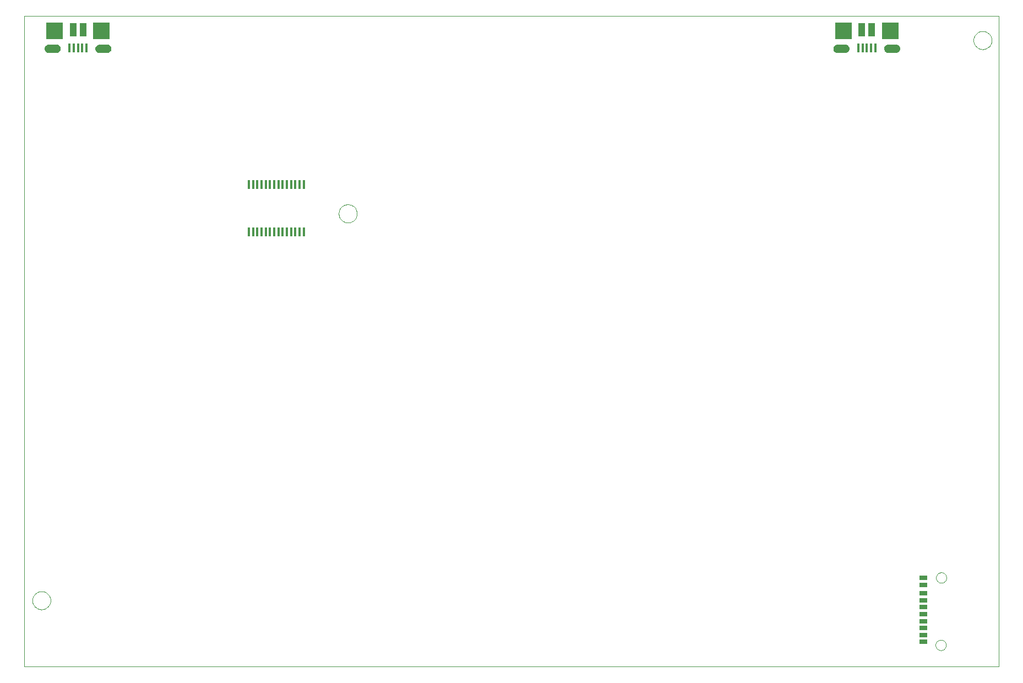
<source format=gtp>
G75*
%MOIN*%
%OFA0B0*%
%FSLAX24Y24*%
%IPPOS*%
%LPD*%
%AMOC8*
5,1,8,0,0,1.08239X$1,22.5*
%
%ADD10C,0.0000*%
%ADD11R,0.0500X0.0250*%
%ADD12R,0.0984X0.0984*%
%ADD13R,0.0394X0.0787*%
%ADD14R,0.0157X0.0531*%
%ADD15C,0.0050*%
%ADD16R,0.0137X0.0550*%
D10*
X003113Y000180D02*
X003113Y039550D01*
X062105Y039550D01*
X062105Y000180D01*
X003113Y000180D01*
X003600Y004193D02*
X003602Y004240D01*
X003608Y004286D01*
X003618Y004332D01*
X003631Y004377D01*
X003649Y004420D01*
X003670Y004462D01*
X003694Y004502D01*
X003722Y004539D01*
X003753Y004574D01*
X003787Y004607D01*
X003823Y004636D01*
X003862Y004662D01*
X003903Y004685D01*
X003946Y004704D01*
X003990Y004720D01*
X004035Y004732D01*
X004081Y004740D01*
X004128Y004744D01*
X004174Y004744D01*
X004221Y004740D01*
X004267Y004732D01*
X004312Y004720D01*
X004356Y004704D01*
X004399Y004685D01*
X004440Y004662D01*
X004479Y004636D01*
X004515Y004607D01*
X004549Y004574D01*
X004580Y004539D01*
X004608Y004502D01*
X004632Y004462D01*
X004653Y004420D01*
X004671Y004377D01*
X004684Y004332D01*
X004694Y004286D01*
X004700Y004240D01*
X004702Y004193D01*
X004700Y004146D01*
X004694Y004100D01*
X004684Y004054D01*
X004671Y004009D01*
X004653Y003966D01*
X004632Y003924D01*
X004608Y003884D01*
X004580Y003847D01*
X004549Y003812D01*
X004515Y003779D01*
X004479Y003750D01*
X004440Y003724D01*
X004399Y003701D01*
X004356Y003682D01*
X004312Y003666D01*
X004267Y003654D01*
X004221Y003646D01*
X004174Y003642D01*
X004128Y003642D01*
X004081Y003646D01*
X004035Y003654D01*
X003990Y003666D01*
X003946Y003682D01*
X003903Y003701D01*
X003862Y003724D01*
X003823Y003750D01*
X003787Y003779D01*
X003753Y003812D01*
X003722Y003847D01*
X003694Y003884D01*
X003670Y003924D01*
X003649Y003966D01*
X003631Y004009D01*
X003618Y004054D01*
X003608Y004100D01*
X003602Y004146D01*
X003600Y004193D01*
X022150Y027605D02*
X022152Y027652D01*
X022158Y027698D01*
X022168Y027744D01*
X022181Y027789D01*
X022199Y027832D01*
X022220Y027874D01*
X022244Y027914D01*
X022272Y027951D01*
X022303Y027986D01*
X022337Y028019D01*
X022373Y028048D01*
X022412Y028074D01*
X022453Y028097D01*
X022496Y028116D01*
X022540Y028132D01*
X022585Y028144D01*
X022631Y028152D01*
X022678Y028156D01*
X022724Y028156D01*
X022771Y028152D01*
X022817Y028144D01*
X022862Y028132D01*
X022906Y028116D01*
X022949Y028097D01*
X022990Y028074D01*
X023029Y028048D01*
X023065Y028019D01*
X023099Y027986D01*
X023130Y027951D01*
X023158Y027914D01*
X023182Y027874D01*
X023203Y027832D01*
X023221Y027789D01*
X023234Y027744D01*
X023244Y027698D01*
X023250Y027652D01*
X023252Y027605D01*
X023250Y027558D01*
X023244Y027512D01*
X023234Y027466D01*
X023221Y027421D01*
X023203Y027378D01*
X023182Y027336D01*
X023158Y027296D01*
X023130Y027259D01*
X023099Y027224D01*
X023065Y027191D01*
X023029Y027162D01*
X022990Y027136D01*
X022949Y027113D01*
X022906Y027094D01*
X022862Y027078D01*
X022817Y027066D01*
X022771Y027058D01*
X022724Y027054D01*
X022678Y027054D01*
X022631Y027058D01*
X022585Y027066D01*
X022540Y027078D01*
X022496Y027094D01*
X022453Y027113D01*
X022412Y027136D01*
X022373Y027162D01*
X022337Y027191D01*
X022303Y027224D01*
X022272Y027259D01*
X022244Y027296D01*
X022220Y027336D01*
X022199Y027378D01*
X022181Y027421D01*
X022168Y027466D01*
X022158Y027512D01*
X022152Y027558D01*
X022150Y027605D01*
X058308Y005570D02*
X058310Y005605D01*
X058316Y005640D01*
X058326Y005674D01*
X058339Y005707D01*
X058356Y005738D01*
X058377Y005766D01*
X058400Y005793D01*
X058427Y005816D01*
X058455Y005837D01*
X058486Y005854D01*
X058519Y005867D01*
X058553Y005877D01*
X058588Y005883D01*
X058623Y005885D01*
X058658Y005883D01*
X058693Y005877D01*
X058727Y005867D01*
X058760Y005854D01*
X058791Y005837D01*
X058819Y005816D01*
X058846Y005793D01*
X058869Y005766D01*
X058890Y005738D01*
X058907Y005707D01*
X058920Y005674D01*
X058930Y005640D01*
X058936Y005605D01*
X058938Y005570D01*
X058936Y005535D01*
X058930Y005500D01*
X058920Y005466D01*
X058907Y005433D01*
X058890Y005402D01*
X058869Y005374D01*
X058846Y005347D01*
X058819Y005324D01*
X058791Y005303D01*
X058760Y005286D01*
X058727Y005273D01*
X058693Y005263D01*
X058658Y005257D01*
X058623Y005255D01*
X058588Y005257D01*
X058553Y005263D01*
X058519Y005273D01*
X058486Y005286D01*
X058455Y005303D01*
X058427Y005324D01*
X058400Y005347D01*
X058377Y005374D01*
X058356Y005402D01*
X058339Y005433D01*
X058326Y005466D01*
X058316Y005500D01*
X058310Y005535D01*
X058308Y005570D01*
X058278Y001490D02*
X058280Y001525D01*
X058286Y001560D01*
X058296Y001594D01*
X058309Y001627D01*
X058326Y001658D01*
X058347Y001686D01*
X058370Y001713D01*
X058397Y001736D01*
X058425Y001757D01*
X058456Y001774D01*
X058489Y001787D01*
X058523Y001797D01*
X058558Y001803D01*
X058593Y001805D01*
X058628Y001803D01*
X058663Y001797D01*
X058697Y001787D01*
X058730Y001774D01*
X058761Y001757D01*
X058789Y001736D01*
X058816Y001713D01*
X058839Y001686D01*
X058860Y001658D01*
X058877Y001627D01*
X058890Y001594D01*
X058900Y001560D01*
X058906Y001525D01*
X058908Y001490D01*
X058906Y001455D01*
X058900Y001420D01*
X058890Y001386D01*
X058877Y001353D01*
X058860Y001322D01*
X058839Y001294D01*
X058816Y001267D01*
X058789Y001244D01*
X058761Y001223D01*
X058730Y001206D01*
X058697Y001193D01*
X058663Y001183D01*
X058628Y001177D01*
X058593Y001175D01*
X058558Y001177D01*
X058523Y001183D01*
X058489Y001193D01*
X058456Y001206D01*
X058425Y001223D01*
X058397Y001244D01*
X058370Y001267D01*
X058347Y001294D01*
X058326Y001322D01*
X058309Y001353D01*
X058296Y001386D01*
X058286Y001420D01*
X058280Y001455D01*
X058278Y001490D01*
X060575Y038093D02*
X060577Y038140D01*
X060583Y038186D01*
X060593Y038232D01*
X060606Y038277D01*
X060624Y038320D01*
X060645Y038362D01*
X060669Y038402D01*
X060697Y038439D01*
X060728Y038474D01*
X060762Y038507D01*
X060798Y038536D01*
X060837Y038562D01*
X060878Y038585D01*
X060921Y038604D01*
X060965Y038620D01*
X061010Y038632D01*
X061056Y038640D01*
X061103Y038644D01*
X061149Y038644D01*
X061196Y038640D01*
X061242Y038632D01*
X061287Y038620D01*
X061331Y038604D01*
X061374Y038585D01*
X061415Y038562D01*
X061454Y038536D01*
X061490Y038507D01*
X061524Y038474D01*
X061555Y038439D01*
X061583Y038402D01*
X061607Y038362D01*
X061628Y038320D01*
X061646Y038277D01*
X061659Y038232D01*
X061669Y038186D01*
X061675Y038140D01*
X061677Y038093D01*
X061675Y038046D01*
X061669Y038000D01*
X061659Y037954D01*
X061646Y037909D01*
X061628Y037866D01*
X061607Y037824D01*
X061583Y037784D01*
X061555Y037747D01*
X061524Y037712D01*
X061490Y037679D01*
X061454Y037650D01*
X061415Y037624D01*
X061374Y037601D01*
X061331Y037582D01*
X061287Y037566D01*
X061242Y037554D01*
X061196Y037546D01*
X061149Y037542D01*
X061103Y037542D01*
X061056Y037546D01*
X061010Y037554D01*
X060965Y037566D01*
X060921Y037582D01*
X060878Y037601D01*
X060837Y037624D01*
X060798Y037650D01*
X060762Y037679D01*
X060728Y037712D01*
X060697Y037747D01*
X060669Y037784D01*
X060645Y037824D01*
X060624Y037866D01*
X060606Y037909D01*
X060593Y037954D01*
X060583Y038000D01*
X060577Y038046D01*
X060575Y038093D01*
D11*
X057553Y005560D03*
X057553Y005140D03*
X057553Y004620D03*
X057553Y004200D03*
X057553Y003780D03*
X057553Y003360D03*
X057553Y002940D03*
X057553Y002520D03*
X057553Y002100D03*
X057553Y001680D03*
D12*
X055531Y038678D03*
X052696Y038678D03*
X007781Y038678D03*
X004946Y038678D03*
D13*
X006068Y038717D03*
X006659Y038717D03*
X053818Y038717D03*
X054409Y038717D03*
D14*
X054369Y037625D03*
X054113Y037625D03*
X053857Y037625D03*
X053601Y037625D03*
X054625Y037625D03*
X006875Y037625D03*
X006619Y037625D03*
X006363Y037625D03*
X006107Y037625D03*
X005851Y037625D03*
D15*
X005281Y037576D02*
X005274Y037532D01*
X005260Y037490D01*
X005237Y037452D01*
X005207Y037418D01*
X005172Y037392D01*
X005132Y037373D01*
X005089Y037362D01*
X005044Y037359D01*
X004611Y037359D01*
X004561Y037363D01*
X004512Y037377D01*
X004468Y037402D01*
X004431Y037437D01*
X004402Y037478D01*
X004383Y037526D01*
X004375Y037576D01*
X004381Y037620D01*
X004396Y037662D01*
X004419Y037700D01*
X004448Y037733D01*
X004484Y037760D01*
X004524Y037779D01*
X004567Y037790D01*
X004611Y037792D01*
X005044Y037792D01*
X005089Y037790D01*
X005132Y037779D01*
X005172Y037760D01*
X005207Y037733D01*
X005237Y037700D01*
X005260Y037662D01*
X005274Y037620D01*
X005281Y037576D01*
X005280Y037574D02*
X004375Y037574D01*
X004382Y037622D02*
X005273Y037622D01*
X005254Y037671D02*
X004401Y037671D01*
X004436Y037719D02*
X005220Y037719D01*
X005155Y037768D02*
X004501Y037768D01*
X004383Y037525D02*
X005272Y037525D01*
X005252Y037477D02*
X004403Y037477D01*
X004440Y037428D02*
X005216Y037428D01*
X005146Y037380D02*
X004508Y037380D01*
X007446Y037576D02*
X007454Y037526D01*
X007473Y037478D01*
X007501Y037437D01*
X007539Y037402D01*
X007583Y037377D01*
X007632Y037363D01*
X007682Y037359D01*
X008115Y037359D01*
X008160Y037362D01*
X008203Y037373D01*
X008243Y037392D01*
X008278Y037418D01*
X008308Y037452D01*
X008330Y037490D01*
X008345Y037532D01*
X008351Y037576D01*
X008345Y037620D01*
X008330Y037662D01*
X008308Y037700D01*
X008278Y037733D01*
X008243Y037760D01*
X008203Y037779D01*
X008160Y037790D01*
X008115Y037792D01*
X007682Y037792D01*
X007638Y037790D01*
X007595Y037779D01*
X007555Y037760D01*
X007519Y037733D01*
X007490Y037700D01*
X007467Y037662D01*
X007452Y037620D01*
X007446Y037576D01*
X007446Y037574D02*
X008351Y037574D01*
X008344Y037622D02*
X007453Y037622D01*
X007472Y037671D02*
X008325Y037671D01*
X008290Y037719D02*
X007507Y037719D01*
X007572Y037768D02*
X008226Y037768D01*
X008343Y037525D02*
X007454Y037525D01*
X007474Y037477D02*
X008323Y037477D01*
X008287Y037428D02*
X007511Y037428D01*
X007579Y037380D02*
X008217Y037380D01*
X052125Y037576D02*
X052133Y037526D01*
X052152Y037478D01*
X052181Y037437D01*
X052218Y037402D01*
X052262Y037377D01*
X052311Y037363D01*
X052361Y037359D01*
X052794Y037359D01*
X052839Y037362D01*
X052882Y037373D01*
X052922Y037392D01*
X052957Y037418D01*
X052987Y037452D01*
X053010Y037490D01*
X053024Y037532D01*
X053031Y037576D01*
X053024Y037620D01*
X053010Y037662D01*
X052987Y037700D01*
X052957Y037733D01*
X052922Y037760D01*
X052882Y037779D01*
X052839Y037790D01*
X052794Y037792D01*
X052361Y037792D01*
X052317Y037790D01*
X052274Y037779D01*
X052234Y037760D01*
X052198Y037733D01*
X052169Y037700D01*
X052146Y037662D01*
X052131Y037620D01*
X052125Y037576D01*
X052125Y037574D02*
X053030Y037574D01*
X053023Y037622D02*
X052132Y037622D01*
X052151Y037671D02*
X053004Y037671D01*
X052970Y037719D02*
X052186Y037719D01*
X052251Y037768D02*
X052905Y037768D01*
X053022Y037525D02*
X052133Y037525D01*
X052153Y037477D02*
X053002Y037477D01*
X052966Y037428D02*
X052190Y037428D01*
X052258Y037380D02*
X052896Y037380D01*
X055196Y037576D02*
X055204Y037526D01*
X055223Y037478D01*
X055251Y037437D01*
X055289Y037402D01*
X055333Y037377D01*
X055382Y037363D01*
X055432Y037359D01*
X055865Y037359D01*
X055910Y037362D01*
X055953Y037373D01*
X055993Y037392D01*
X056028Y037418D01*
X056058Y037452D01*
X056080Y037490D01*
X056095Y037532D01*
X056101Y037576D01*
X056095Y037620D01*
X056080Y037662D01*
X056058Y037700D01*
X056028Y037733D01*
X055993Y037760D01*
X055953Y037779D01*
X055910Y037790D01*
X055865Y037792D01*
X055432Y037792D01*
X055388Y037790D01*
X055345Y037779D01*
X055305Y037760D01*
X055269Y037733D01*
X055240Y037700D01*
X055217Y037662D01*
X055202Y037620D01*
X055196Y037576D01*
X055196Y037574D02*
X056101Y037574D01*
X056094Y037622D02*
X055203Y037622D01*
X055222Y037671D02*
X056075Y037671D01*
X056040Y037719D02*
X055257Y037719D01*
X055322Y037768D02*
X055976Y037768D01*
X056093Y037525D02*
X055204Y037525D01*
X055224Y037477D02*
X056073Y037477D01*
X056037Y037428D02*
X055261Y037428D01*
X055329Y037380D02*
X055967Y037380D01*
D16*
X020027Y029369D03*
X019771Y029369D03*
X019515Y029369D03*
X019259Y029369D03*
X019003Y029369D03*
X018747Y029369D03*
X018491Y029369D03*
X018235Y029369D03*
X017979Y029369D03*
X017723Y029369D03*
X017468Y029369D03*
X017212Y029369D03*
X016956Y029369D03*
X016700Y029369D03*
X016700Y026491D03*
X016956Y026491D03*
X017212Y026491D03*
X017468Y026491D03*
X017723Y026491D03*
X017979Y026491D03*
X018235Y026491D03*
X018491Y026491D03*
X018747Y026491D03*
X019003Y026491D03*
X019259Y026491D03*
X019515Y026491D03*
X019771Y026491D03*
X020027Y026491D03*
M02*

</source>
